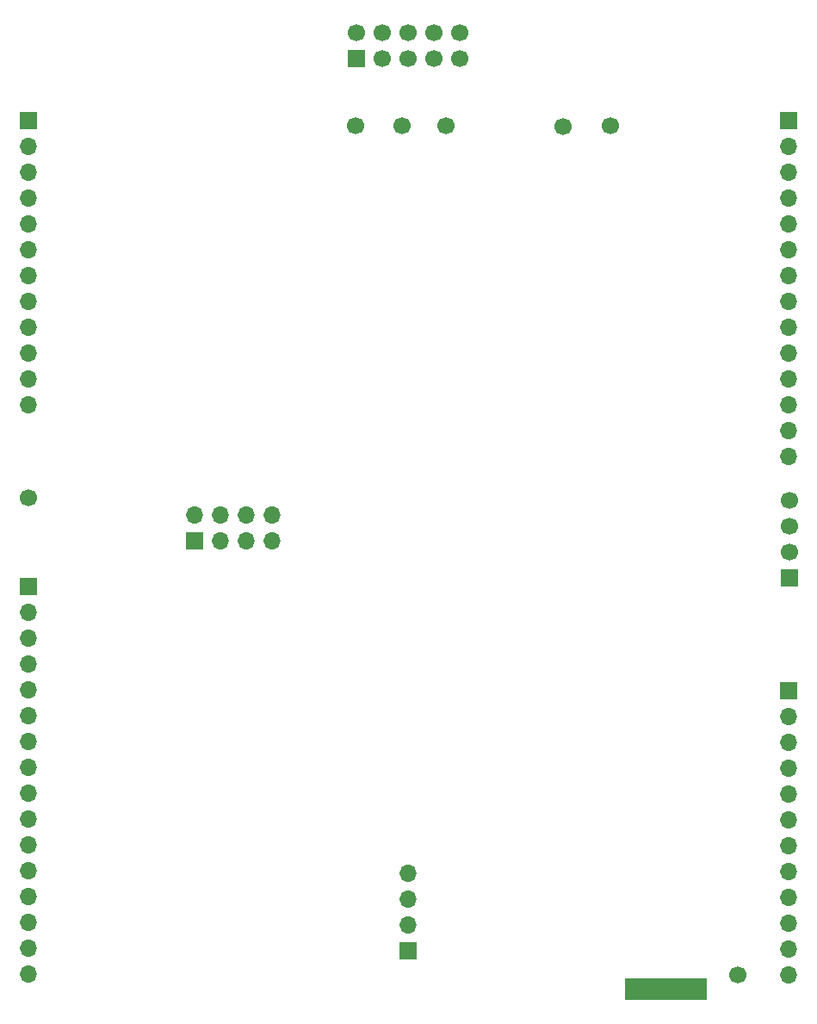
<source format=gbr>
%TF.GenerationSoftware,KiCad,Pcbnew,(6.0.11)*%
%TF.CreationDate,2023-05-22T17:30:27+01:00*%
%TF.ProjectId,Quango_Components,5175616e-676f-45f4-936f-6d706f6e656e,rev?*%
%TF.SameCoordinates,Original*%
%TF.FileFunction,Soldermask,Bot*%
%TF.FilePolarity,Negative*%
%FSLAX46Y46*%
G04 Gerber Fmt 4.6, Leading zero omitted, Abs format (unit mm)*
G04 Created by KiCad (PCBNEW (6.0.11)) date 2023-05-22 17:30:27*
%MOMM*%
%LPD*%
G01*
G04 APERTURE LIST*
%ADD10C,0.100000*%
%ADD11R,1.700000X1.700000*%
%ADD12O,1.700000X1.700000*%
%ADD13C,1.700000*%
G04 APERTURE END LIST*
%TO.C,FID1*%
G36*
X119800000Y-138350000D02*
G01*
X111800000Y-138350000D01*
X111800000Y-136350000D01*
X119800000Y-136350000D01*
X119800000Y-138350000D01*
G37*
D10*
X119800000Y-138350000D02*
X111800000Y-138350000D01*
X111800000Y-136350000D01*
X119800000Y-136350000D01*
X119800000Y-138350000D01*
%TD*%
D11*
%TO.C,J3*%
X127900000Y-52000000D03*
D12*
X127900000Y-54540000D03*
X127900000Y-57080000D03*
X127900000Y-59620000D03*
X127900000Y-62160000D03*
X127900000Y-64700000D03*
X127900000Y-67240000D03*
X127900000Y-69780000D03*
X127900000Y-72320000D03*
X127900000Y-74860000D03*
X127900000Y-77400000D03*
X127900000Y-79940000D03*
X127900000Y-82480000D03*
X127900000Y-85020000D03*
%TD*%
D13*
%TO.C,TP3*%
X89900000Y-52500000D03*
%TD*%
%TO.C,J5*%
X127950000Y-89280000D03*
X127950000Y-91820000D03*
X127950000Y-94360000D03*
D11*
X127950000Y-96900000D03*
%TD*%
D13*
%TO.C,TP4*%
X94200000Y-52500000D03*
%TD*%
%TO.C,TP2*%
X105700000Y-52600000D03*
%TD*%
%TO.C,TP7*%
X122900000Y-136000000D03*
%TD*%
%TO.C,TP5*%
X85300000Y-52500000D03*
%TD*%
%TO.C,TP1*%
X110400000Y-52500000D03*
%TD*%
D12*
%TO.C,J7*%
X77120000Y-90735000D03*
X77120000Y-93275000D03*
X74580000Y-90735000D03*
X74580000Y-93275000D03*
X72040000Y-90735000D03*
X72040000Y-93275000D03*
X69500000Y-90735000D03*
D11*
X69500000Y-93275000D03*
%TD*%
D12*
%TO.C,J8*%
X90500000Y-125980000D03*
X90500000Y-128520000D03*
X90500000Y-131060000D03*
D11*
X90500000Y-133600000D03*
%TD*%
D13*
%TO.C,TP6*%
X53100000Y-89100000D03*
%TD*%
%TO.C,J6*%
X95580000Y-43322500D03*
X95580000Y-45862500D03*
X93040000Y-43322500D03*
X93040000Y-45862500D03*
X90500000Y-43322500D03*
X90500000Y-45862500D03*
X87960000Y-43322500D03*
X87960000Y-45862500D03*
X85420000Y-43322500D03*
D11*
X85420000Y-45862500D03*
%TD*%
D12*
%TO.C,J1*%
X53100000Y-79940000D03*
X53100000Y-77400000D03*
X53100000Y-74860000D03*
X53100000Y-72320000D03*
X53100000Y-69780000D03*
X53100000Y-67240000D03*
X53100000Y-64700000D03*
X53100000Y-62160000D03*
X53100000Y-59620000D03*
X53100000Y-57080000D03*
X53100000Y-54540000D03*
D11*
X53100000Y-52000000D03*
%TD*%
D12*
%TO.C,J2*%
X53100000Y-135900000D03*
X53100000Y-133360000D03*
X53100000Y-130820000D03*
X53100000Y-128280000D03*
X53100000Y-125740000D03*
X53100000Y-123200000D03*
X53100000Y-120660000D03*
X53100000Y-118120000D03*
X53100000Y-115580000D03*
X53100000Y-113040000D03*
X53100000Y-110500000D03*
X53100000Y-107960000D03*
X53100000Y-105420000D03*
X53100000Y-102880000D03*
X53100000Y-100340000D03*
D11*
X53100000Y-97800000D03*
%TD*%
D12*
%TO.C,J4*%
X127900000Y-135940000D03*
X127900000Y-133400000D03*
X127900000Y-130860000D03*
X127900000Y-128320000D03*
X127900000Y-125780000D03*
X127900000Y-123240000D03*
X127900000Y-120700000D03*
X127900000Y-118160000D03*
X127900000Y-115620000D03*
X127900000Y-113080000D03*
X127900000Y-110540000D03*
D11*
X127900000Y-108000000D03*
%TD*%
M02*

</source>
